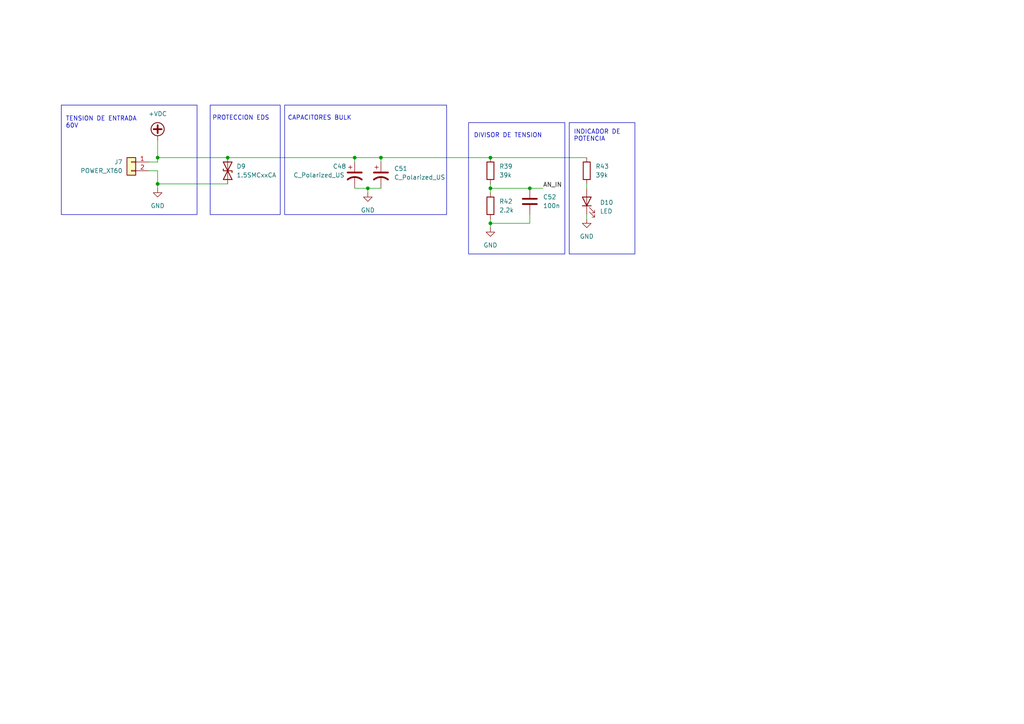
<source format=kicad_sch>
(kicad_sch (version 20231120) (generator "eeschema") (generator_version "8.0")
  (paper "A4")
  (lib_symbols
    (symbol "Connector_Generic:Conn_01x02" (pin_names (offset 1.016) hide)
      (property "Reference" "J" (at 0 2.54 0))
      (property "Value" "Conn_01x02" (at 0 -5.08 0))
      (symbol "Conn_01x02_1_1"
        (rectangle (start -1.27 -2.413) (end 0 -2.667) (stroke (width 0.1524)))
        (rectangle (start -1.27 0.127) (end 0 -0.127) (stroke (width 0.1524)))
        (rectangle (start -1.27 1.27) (end 1.27 -3.81) (stroke (width 0.254)) (fill (type background)))
        (pin passive line (at -5.08 0 0) (length 3.81) (name "Pin_1") (number "1"))
        (pin passive line (at -5.08 -2.54 0) (length 3.81) (name "Pin_2") (number "2"))
      )
    )
    (symbol "Device:C" (pin_numbers hide) (pin_names (offset 0.254))
      (property "Reference" "C" (at 0.635 2.54 0))
      (property "Value" "C" (at 0.635 -2.54 0))
      (symbol "C_0_1"
        (polyline (pts (xy -2.032 -0.762) (xy 2.032 -0.762)) (stroke (width 0.508)))
        (polyline (pts (xy -2.032 0.762) (xy 2.032 0.762)) (stroke (width 0.508)))
      )
      (symbol "C_1_1"
        (pin passive line (at 0 3.81 270) (length 2.794) (name "~") (number "1"))
        (pin passive line (at 0 -3.81 90) (length 2.794) (name "~") (number "2"))
      )
    )
    (symbol "Device:C_Polarized_US" (pin_numbers hide) (pin_names (offset 0.254) hide)
      (property "Reference" "C" (at 0.635 2.54 0))
      (property "Value" "C_Polarized_US" (at 0.635 -2.54 0))
      (symbol "C_Polarized_US_0_1"
        (polyline (pts (xy -2.032 0.762) (xy 2.032 0.762)) (stroke (width 0.508)))
        (polyline (pts (xy -1.778 2.286) (xy -0.762 2.286)))
        (polyline (pts (xy -1.27 1.778) (xy -1.27 2.794)))
        (arc (start 2.032 -1.27) (mid 0 -0.5572) (end -2.032 -1.27) (stroke (width 0.508)))
      )
      (symbol "C_Polarized_US_1_1"
        (pin passive line (at 0 3.81 270) (length 2.794) (name "~") (number "1"))
        (pin passive line (at 0 -3.81 90) (length 3.302) (name "~") (number "2"))
      )
    )
    (symbol "Device:LED" (pin_numbers hide) (pin_names (offset 1.016) hide)
      (property "Reference" "D" (at 0 2.54 0))
      (property "Value" "LED" (at 0 -2.54 0))
      (symbol "LED_0_1"
        (polyline (pts (xy -1.27 -1.27) (xy -1.27 1.27)) (stroke (width 0.254)))
        (polyline (pts (xy -1.27 0) (xy 1.27 0)))
        (polyline (pts (xy 1.27 -1.27) (xy 1.27 1.27) (xy -1.27 0) (xy 1.27 -1.27)) (stroke (width 0.254)))
        (polyline (pts (xy -3.048 -0.762) (xy -4.572 -2.286) (xy -3.81 -2.286) (xy -4.572 -2.286) (xy -4.572 -1.524)))
        (polyline (pts (xy -1.778 -0.762) (xy -3.302 -2.286) (xy -2.54 -2.286) (xy -3.302 -2.286) (xy -3.302 -1.524)))
      )
      (symbol "LED_1_1"
        (pin passive line (at -3.81 0 0) (length 2.54) (name "K") (number "1"))
        (pin passive line (at 3.81 0 180) (length 2.54) (name "A") (number "2"))
      )
    )
    (symbol "Device:R" (pin_numbers hide) (pin_names (offset 0))
      (property "Reference" "R" (at 2.032 0 90))
      (property "Value" "R" (at 0 0 90))
      (symbol "R_0_1"
        (rectangle (start -1.016 -2.54) (end 1.016 2.54) (stroke (width 0.254)))
      )
      (symbol "R_1_1"
        (pin passive line (at 0 3.81 270) (length 1.27) (name "~") (number "1"))
        (pin passive line (at 0 -3.81 90) (length 1.27) (name "~") (number "2"))
      )
    )
    (symbol "Diode:1.5SMCxxCA" (pin_numbers hide) (pin_names (offset 1.016) hide)
      (property "Reference" "D" (at 0 2.54 0))
      (property "Value" "1.5SMCxxCA" (at 0 -2.54 0))
      (symbol "1.5SMCxxCA_0_1"
        (polyline (pts (xy 1.27 0) (xy -1.27 0)))
        (polyline (pts (xy -2.54 -1.27) (xy 0 0) (xy -2.54 1.27) (xy -2.54 -1.27)) (stroke (width 0.254)))
        (polyline (pts (xy 0.508 1.27) (xy 0 1.27) (xy 0 -1.27) (xy -0.508 -1.27)) (stroke (width 0.254)))
        (polyline (pts (xy 2.54 1.27) (xy 2.54 -1.27) (xy 0 0) (xy 2.54 1.27)) (stroke (width 0.254)))
      )
      (symbol "1.5SMCxxCA_1_1"
        (pin passive line (at -3.81 0 0) (length 2.54) (name "A1") (number "1"))
        (pin passive line (at 3.81 0 180) (length 2.54) (name "A2") (number "2"))
      )
    )
    (symbol "power:+VDC" (power) (pin_numbers hide) (pin_names (offset 0) hide)
      (property "Value" "+VDC" (at 0 6.35 0))
      (symbol "+VDC_0_1"
        (polyline (pts (xy -1.143 3.175) (xy 1.143 3.175)) (stroke (width 0.508)))
        (polyline (pts (xy 0 0) (xy 0 1.27)))
        (polyline (pts (xy 0 2.032) (xy 0 4.318)) (stroke (width 0.508)))
        (circle (center 0 3.175) (radius 1.905) (stroke (width 0.254)))
      )
      (symbol "+VDC_1_1"
        (pin power_in line (at 0 0 90) (length 0) (name "~") (number "1"))
      )
    )
    (symbol "power:GND" (power) (pin_numbers hide) (pin_names (offset 0) hide)
      (property "Value" "GND" (at 0 -3.81 0))
      (symbol "GND_0_1"
        (polyline (pts (xy 0 0) (xy 0 -1.27) (xy 1.27 -1.27) (xy 0 -2.54) (xy -1.27 -1.27) (xy 0 -1.27)))
      )
      (symbol "GND_1_1"
        (pin power_in line (at 0 0 270) (length 0) (name "~") (number "1"))
      )
    )
  )
  (junction (at 142.24 45.72))
  (junction (at 102.87 45.72))
  (junction (at 153.67 54.61))
  (junction (at 110.49 45.72))
  (junction (at 45.72 45.72))
  (junction (at 142.24 54.61))
  (junction (at 45.72 53.34))
  (junction (at 66.04 45.72))
  (junction (at 142.24 64.77))
  (junction (at 106.68 54.61))
  (wire (pts (xy 170.18 62.23) (xy 170.18 63.5)))
  (wire (pts (xy 66.04 45.72) (xy 102.87 45.72)))
  (wire (pts (xy 142.24 45.72) (xy 170.18 45.72)))
  (wire (pts (xy 110.49 45.72) (xy 142.24 45.72)))
  (wire (pts (xy 142.24 54.61) (xy 153.67 54.61)))
  (wire (pts (xy 106.68 54.61) (xy 110.49 54.61)))
  (wire (pts (xy 153.67 62.23) (xy 153.67 64.77)))
  (wire (pts (xy 45.72 45.72) (xy 45.72 40.64)))
  (wire (pts (xy 106.68 54.61) (xy 106.68 55.88)))
  (wire (pts (xy 45.72 53.34) (xy 45.72 54.61)))
  (wire (pts (xy 43.18 46.99) (xy 45.72 46.99)))
  (wire (pts (xy 45.72 46.99) (xy 45.72 45.72)))
  (wire (pts (xy 153.67 64.77) (xy 142.24 64.77)))
  (wire (pts (xy 102.87 46.99) (xy 102.87 45.72)))
  (wire (pts (xy 102.87 54.61) (xy 106.68 54.61)))
  (wire (pts (xy 110.49 45.72) (xy 110.49 46.99)))
  (wire (pts (xy 142.24 53.34) (xy 142.24 54.61)))
  (wire (pts (xy 45.72 53.34) (xy 66.04 53.34)))
  (wire (pts (xy 45.72 49.53) (xy 45.72 53.34)))
  (wire (pts (xy 170.18 53.34) (xy 170.18 54.61)))
  (wire (pts (xy 157.48 54.61) (xy 153.67 54.61)))
  (wire (pts (xy 142.24 54.61) (xy 142.24 55.88)))
  (wire (pts (xy 45.72 45.72) (xy 66.04 45.72)))
  (wire (pts (xy 102.87 45.72) (xy 110.49 45.72)))
  (wire (pts (xy 142.24 66.04) (xy 142.24 64.77)))
  (wire (pts (xy 142.24 63.5) (xy 142.24 64.77)))
  (wire (pts (xy 43.18 49.53) (xy 45.72 49.53)))
  (rectangle (start 135.89 35.56) (end 163.83 73.66))
  (rectangle (start 165.1 35.56) (end 184.15 73.66))
  (rectangle (start 82.55 30.48) (end 129.54 62.23))
  (rectangle (start 17.78 30.48) (end 57.15 62.23))
  (rectangle (start 60.96 30.48) (end 81.28 62.23))
  (text "INDICADOR DE \nPOTENCIA" (at 166.37 39.37 0) (effects (font (size 1.27 1.27)) (justify left)))
  (text "CAPACITORES BULK\n" (at 92.71 34.29 0) (effects (font (size 1.27 1.27))))
  (text "DIVISOR DE TENSION" (at 147.32 39.37 0) (effects (font (size 1.27 1.27))))
  (text "PROTECCION EDS" (at 69.85 34.29 0) (effects (font (size 1.27 1.27))))
  (text "TENSION DE ENTRADA\n60V" (at 19.05 35.56 0) (effects (font (size 1.27 1.27)) (justify left)))
  (label "AN_IN" (at 157.48 54.61 0))
  (symbol (lib_id "Device:LED") (at 170.18 58.42 90) (unit 1)
    (property "Reference" "D10" (at 173.99 58.7374 90) (effects (justify right)))
    (property "Value" "LED" (at 173.99 61.2774 90) (effects (justify right)))
    (property "Description" "Light emitting diode" (effects (hide yes)))
  )
  (symbol (lib_id "power:GND") (at 170.18 63.5 0) (unit 1)
    (property "Reference" "#PWR072" (effects (hide yes)))
    (property "Value" "GND" (at 170.18 68.58 0))
    (property "Description" "Power symbol creates a global label with name \"GND\" , ground" (effects (hide yes)))
  )
  (symbol (lib_id "Diode:1.5SMCxxCA") (at 66.04 49.53 90) (unit 1)
    (property "Reference" "D9" (at 68.58 48.2599 90) (effects (justify right)))
    (property "Value" "1.5SMCxxCA" (at 68.58 50.7999 90) (effects (justify right)))
    (property "Footprint" "Diode_SMD:D_SMC_Handsoldering" (effects (hide yes)))
    (property "Datasheet" "https://www.vishay.com/docs/88303/15smc.pdf" (effects (hide yes)))
    (property "Description" "1500W bidirectional TVS diode, SMC (DO-201AB)" (effects (hide yes)))
  )
  (symbol (lib_id "Device:C_Polarized_US") (at 110.49 50.8 0) (unit 1)
    (property "Reference" "C51" (at 114.3 48.8949 0) (effects (justify left)))
    (property "Value" "C_Polarized_US" (at 114.3 51.4349 0) (effects (justify left)))
    (property "Description" "Polarized capacitor, US symbol" (effects (hide yes)))
  )
  (symbol (lib_id "Device:C") (at 153.67 58.42 0) (unit 1)
    (property "Reference" "C52" (at 157.48 57.1499 0) (effects (justify left)))
    (property "Value" "100n" (at 157.48 59.6899 0) (effects (justify left)))
    (property "Description" "Unpolarized capacitor" (effects (hide yes)))
  )
  (symbol (lib_id "Device:R") (at 170.18 49.53 0) (unit 1)
    (property "Reference" "R43" (at 172.72 48.2599 0) (effects (justify left)))
    (property "Value" "39k" (at 172.72 50.7999 0) (effects (justify left)))
    (property "Description" "Resistor" (effects (hide yes)))
  )
  (symbol (lib_id "power:+VDC") (at 45.72 40.64 0) (unit 1)
    (property "Reference" "#PWR068" (effects (hide yes)))
    (property "Value" "+VDC" (at 45.72 33.02 0))
    (property "Description" "Power symbol creates a global label with name \"+VDC\"" (effects (hide yes)))
  )
  (symbol (lib_id "power:GND") (at 106.68 55.88 0) (unit 1)
    (property "Reference" "#PWR070" (effects (hide yes)))
    (property "Value" "GND" (at 106.68 60.96 0))
    (property "Description" "Power symbol creates a global label with name \"GND\" , ground" (effects (hide yes)))
  )
  (symbol (lib_id "Device:C_Polarized_US") (at 102.87 50.8 0) (unit 1)
    (property "Reference" "C48" (at 96.52 48.26 0) (effects (justify left)))
    (property "Value" "C_Polarized_US" (at 85.09 50.8 0) (effects (justify left)))
    (property "Description" "Polarized capacitor, US symbol" (effects (hide yes)))
  )
  (symbol (lib_id "power:GND") (at 45.72 54.61 0) (unit 1)
    (property "Reference" "#PWR069" (effects (hide yes)))
    (property "Value" "GND" (at 45.72 59.69 0))
    (property "Description" "Power symbol creates a global label with name \"GND\" , ground" (effects (hide yes)))
  )
  (symbol (lib_id "Device:R") (at 142.24 49.53 0) (unit 1)
    (property "Reference" "R39" (at 144.78 48.2599 0) (effects (justify left)))
    (property "Value" "39k" (at 144.78 50.7999 0) (effects (justify left)))
    (property "Description" "Resistor" (effects (hide yes)))
  )
  (symbol (lib_id "power:GND") (at 142.24 66.04 0) (unit 1)
    (property "Reference" "#PWR071" (effects (hide yes)))
    (property "Value" "GND" (at 142.24 71.12 0))
    (property "Description" "Power symbol creates a global label with name \"GND\" , ground" (effects (hide yes)))
  )
  (symbol (lib_id "Connector_Generic:Conn_01x02") (at 38.1 46.99 0) (mirror y) (unit 1)
    (property "Reference" "J7" (at 35.56 46.9899 0) (effects (justify left)))
    (property "Value" "POWER_XT60" (at 35.56 49.5299 0) (effects (justify left)))
    (property "Description" "Generic connector, single row, 01x02, script generated (kicad-library-utils/schlib/autogen/connector/)" (effects (hide yes)))
  )
  (symbol (lib_id "Device:R") (at 142.24 59.69 0) (unit 1)
    (property "Reference" "R42" (at 144.78 58.4199 0) (effects (justify left)))
    (property "Value" "2.2k" (at 144.78 60.9599 0) (effects (justify left)))
    (property "Description" "Resistor" (effects (hide yes)))
  )
)
</source>
